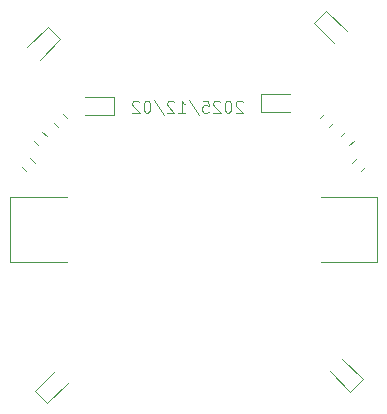
<source format=gbr>
%TF.GenerationSoftware,KiCad,Pcbnew,9.0.6*%
%TF.CreationDate,2025-12-04T01:13:43+01:00*%
%TF.ProjectId,knit_yarn_badge_v2,6b6e6974-5f79-4617-926e-5f6261646765,rev?*%
%TF.SameCoordinates,Original*%
%TF.FileFunction,Legend,Bot*%
%TF.FilePolarity,Positive*%
%FSLAX46Y46*%
G04 Gerber Fmt 4.6, Leading zero omitted, Abs format (unit mm)*
G04 Created by KiCad (PCBNEW 9.0.6) date 2025-12-04 01:13:43*
%MOMM*%
%LPD*%
G01*
G04 APERTURE LIST*
%ADD10C,0.100000*%
%ADD11C,0.120000*%
G04 APERTURE END LIST*
D10*
X104143734Y-80167657D02*
X104096115Y-80120038D01*
X104096115Y-80120038D02*
X104000877Y-80072419D01*
X104000877Y-80072419D02*
X103762782Y-80072419D01*
X103762782Y-80072419D02*
X103667544Y-80120038D01*
X103667544Y-80120038D02*
X103619925Y-80167657D01*
X103619925Y-80167657D02*
X103572306Y-80262895D01*
X103572306Y-80262895D02*
X103572306Y-80358133D01*
X103572306Y-80358133D02*
X103619925Y-80500990D01*
X103619925Y-80500990D02*
X104191353Y-81072419D01*
X104191353Y-81072419D02*
X103572306Y-81072419D01*
X102953258Y-80072419D02*
X102858020Y-80072419D01*
X102858020Y-80072419D02*
X102762782Y-80120038D01*
X102762782Y-80120038D02*
X102715163Y-80167657D01*
X102715163Y-80167657D02*
X102667544Y-80262895D01*
X102667544Y-80262895D02*
X102619925Y-80453371D01*
X102619925Y-80453371D02*
X102619925Y-80691466D01*
X102619925Y-80691466D02*
X102667544Y-80881942D01*
X102667544Y-80881942D02*
X102715163Y-80977180D01*
X102715163Y-80977180D02*
X102762782Y-81024800D01*
X102762782Y-81024800D02*
X102858020Y-81072419D01*
X102858020Y-81072419D02*
X102953258Y-81072419D01*
X102953258Y-81072419D02*
X103048496Y-81024800D01*
X103048496Y-81024800D02*
X103096115Y-80977180D01*
X103096115Y-80977180D02*
X103143734Y-80881942D01*
X103143734Y-80881942D02*
X103191353Y-80691466D01*
X103191353Y-80691466D02*
X103191353Y-80453371D01*
X103191353Y-80453371D02*
X103143734Y-80262895D01*
X103143734Y-80262895D02*
X103096115Y-80167657D01*
X103096115Y-80167657D02*
X103048496Y-80120038D01*
X103048496Y-80120038D02*
X102953258Y-80072419D01*
X102238972Y-80167657D02*
X102191353Y-80120038D01*
X102191353Y-80120038D02*
X102096115Y-80072419D01*
X102096115Y-80072419D02*
X101858020Y-80072419D01*
X101858020Y-80072419D02*
X101762782Y-80120038D01*
X101762782Y-80120038D02*
X101715163Y-80167657D01*
X101715163Y-80167657D02*
X101667544Y-80262895D01*
X101667544Y-80262895D02*
X101667544Y-80358133D01*
X101667544Y-80358133D02*
X101715163Y-80500990D01*
X101715163Y-80500990D02*
X102286591Y-81072419D01*
X102286591Y-81072419D02*
X101667544Y-81072419D01*
X100762782Y-80072419D02*
X101238972Y-80072419D01*
X101238972Y-80072419D02*
X101286591Y-80548609D01*
X101286591Y-80548609D02*
X101238972Y-80500990D01*
X101238972Y-80500990D02*
X101143734Y-80453371D01*
X101143734Y-80453371D02*
X100905639Y-80453371D01*
X100905639Y-80453371D02*
X100810401Y-80500990D01*
X100810401Y-80500990D02*
X100762782Y-80548609D01*
X100762782Y-80548609D02*
X100715163Y-80643847D01*
X100715163Y-80643847D02*
X100715163Y-80881942D01*
X100715163Y-80881942D02*
X100762782Y-80977180D01*
X100762782Y-80977180D02*
X100810401Y-81024800D01*
X100810401Y-81024800D02*
X100905639Y-81072419D01*
X100905639Y-81072419D02*
X101143734Y-81072419D01*
X101143734Y-81072419D02*
X101238972Y-81024800D01*
X101238972Y-81024800D02*
X101286591Y-80977180D01*
X99572306Y-80024800D02*
X100429448Y-81310514D01*
X98715163Y-81072419D02*
X99286591Y-81072419D01*
X99000877Y-81072419D02*
X99000877Y-80072419D01*
X99000877Y-80072419D02*
X99096115Y-80215276D01*
X99096115Y-80215276D02*
X99191353Y-80310514D01*
X99191353Y-80310514D02*
X99286591Y-80358133D01*
X98334210Y-80167657D02*
X98286591Y-80120038D01*
X98286591Y-80120038D02*
X98191353Y-80072419D01*
X98191353Y-80072419D02*
X97953258Y-80072419D01*
X97953258Y-80072419D02*
X97858020Y-80120038D01*
X97858020Y-80120038D02*
X97810401Y-80167657D01*
X97810401Y-80167657D02*
X97762782Y-80262895D01*
X97762782Y-80262895D02*
X97762782Y-80358133D01*
X97762782Y-80358133D02*
X97810401Y-80500990D01*
X97810401Y-80500990D02*
X98381829Y-81072419D01*
X98381829Y-81072419D02*
X97762782Y-81072419D01*
X96619925Y-80024800D02*
X97477067Y-81310514D01*
X96096115Y-80072419D02*
X96000877Y-80072419D01*
X96000877Y-80072419D02*
X95905639Y-80120038D01*
X95905639Y-80120038D02*
X95858020Y-80167657D01*
X95858020Y-80167657D02*
X95810401Y-80262895D01*
X95810401Y-80262895D02*
X95762782Y-80453371D01*
X95762782Y-80453371D02*
X95762782Y-80691466D01*
X95762782Y-80691466D02*
X95810401Y-80881942D01*
X95810401Y-80881942D02*
X95858020Y-80977180D01*
X95858020Y-80977180D02*
X95905639Y-81024800D01*
X95905639Y-81024800D02*
X96000877Y-81072419D01*
X96000877Y-81072419D02*
X96096115Y-81072419D01*
X96096115Y-81072419D02*
X96191353Y-81024800D01*
X96191353Y-81024800D02*
X96238972Y-80977180D01*
X96238972Y-80977180D02*
X96286591Y-80881942D01*
X96286591Y-80881942D02*
X96334210Y-80691466D01*
X96334210Y-80691466D02*
X96334210Y-80453371D01*
X96334210Y-80453371D02*
X96286591Y-80262895D01*
X96286591Y-80262895D02*
X96238972Y-80167657D01*
X96238972Y-80167657D02*
X96191353Y-80120038D01*
X96191353Y-80120038D02*
X96096115Y-80072419D01*
X95381829Y-80167657D02*
X95334210Y-80120038D01*
X95334210Y-80120038D02*
X95238972Y-80072419D01*
X95238972Y-80072419D02*
X95000877Y-80072419D01*
X95000877Y-80072419D02*
X94905639Y-80120038D01*
X94905639Y-80120038D02*
X94858020Y-80167657D01*
X94858020Y-80167657D02*
X94810401Y-80262895D01*
X94810401Y-80262895D02*
X94810401Y-80358133D01*
X94810401Y-80358133D02*
X94858020Y-80500990D01*
X94858020Y-80500990D02*
X95429448Y-81072419D01*
X95429448Y-81072419D02*
X94810401Y-81072419D01*
D11*
%TO.C,R4*%
X86810654Y-83799580D02*
X86450420Y-83439346D01*
X87549580Y-83060654D02*
X87189346Y-82700420D01*
%TO.C,D5*%
X105715000Y-79515000D02*
X108175000Y-79515000D01*
X105715000Y-80985000D02*
X105715000Y-79515000D01*
X108175000Y-80985000D02*
X105715000Y-80985000D01*
%TO.C,R6*%
X88560654Y-82299580D02*
X88200420Y-81939346D01*
X89299580Y-81560654D02*
X88939346Y-81200420D01*
%TO.C,D4*%
X85914591Y-75545962D02*
X87654074Y-73806479D01*
X87654074Y-73806479D02*
X88693521Y-74845926D01*
X88693521Y-74845926D02*
X86954038Y-76585409D01*
%TO.C,R3*%
X112450420Y-83060654D02*
X112810654Y-82700420D01*
X113189346Y-83799580D02*
X113549580Y-83439346D01*
%TO.C,D1*%
X112579038Y-101914591D02*
X114318521Y-103654074D01*
X113279074Y-104693521D02*
X111539591Y-102954038D01*
X114318521Y-103654074D02*
X113279074Y-104693521D01*
%TO.C,R2*%
X85810654Y-86049580D02*
X85450420Y-85689346D01*
X86549580Y-85310654D02*
X86189346Y-84950420D01*
%TO.C,R5*%
X110700420Y-81560654D02*
X111060654Y-81200420D01*
X111439346Y-82299580D02*
X111799580Y-81939346D01*
%TO.C,D3*%
X110187761Y-73477208D02*
X111227208Y-72437761D01*
X111227208Y-72437761D02*
X112966691Y-74177244D01*
X111927244Y-75216691D02*
X110187761Y-73477208D01*
%TO.C,D2*%
X86556479Y-104654074D02*
X88295962Y-102914591D01*
X87595926Y-105693521D02*
X86556479Y-104654074D01*
X89335409Y-103954038D02*
X87595926Y-105693521D01*
%TO.C,D6*%
X90825000Y-79765000D02*
X93285000Y-79765000D01*
X93285000Y-79765000D02*
X93285000Y-81235000D01*
X93285000Y-81235000D02*
X90825000Y-81235000D01*
%TO.C,BT1*%
X84450000Y-88250000D02*
X89250000Y-88250000D01*
X84450000Y-93750000D02*
X84450000Y-88250000D01*
X89250000Y-93750000D02*
X84450000Y-93750000D01*
X110750000Y-88250000D02*
X115550000Y-88250000D01*
X115550000Y-88250000D02*
X115550000Y-93750000D01*
X115550000Y-93750000D02*
X110750000Y-93750000D01*
%TO.C,R1*%
X113450420Y-85310654D02*
X113810653Y-84950420D01*
X114189347Y-86049580D02*
X114549580Y-85689346D01*
%TD*%
M02*

</source>
